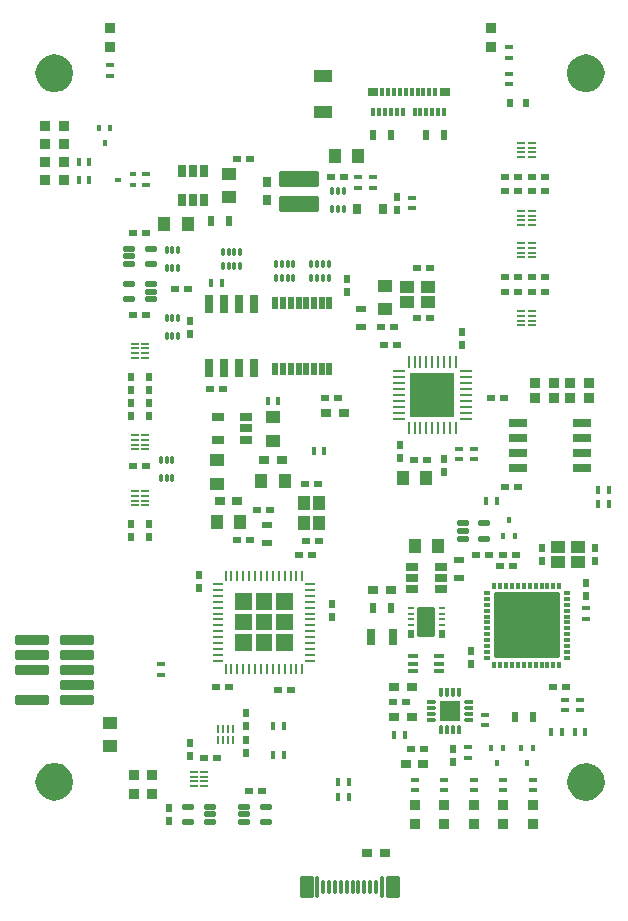
<source format=gtp>
%FSLAX46Y46*%
%MOMM*%
%AMPS51*
21,1,0.700000,1.000000,0.000000,0.000000,90.000000*
%
%ADD51PS51*%
%AMPS79*
21,1,0.700000,1.000000,0.000000,0.000000,180.000000*
%
%ADD79PS79*%
%AMPS88*
21,1,0.700000,1.000000,0.000000,0.000000,270.000000*
%
%ADD88PS88*%
%AMPS59*
21,1,0.800000,0.800000,0.000000,0.000000,0.000000*
%
%ADD59PS59*%
%AMPS23*
21,1,0.800000,0.800000,0.000000,0.000000,90.000000*
%
%ADD23PS23*%
%AMPS10*
21,1,0.800000,0.800000,0.000000,0.000000,180.000000*
%
%ADD10PS10*%
%AMPS48*
21,1,0.800000,0.800000,0.000000,0.000000,270.000000*
%
%ADD48PS48*%
%AMPS53*
21,1,0.450000,1.050000,0.000000,0.000000,0.000000*
%
%ADD53PS53*%
%AMPS52*
21,1,0.450000,1.050000,0.000000,0.000000,180.000000*
%
%ADD52PS52*%
%AMPS60*
21,1,1.000000,1.250000,0.000000,0.000000,0.000000*
%
%ADD60PS60*%
%AMPS61*
21,1,1.000000,1.250000,0.000000,0.000000,90.000000*
%
%ADD61PS61*%
%AMPS49*
21,1,1.000000,1.250000,0.000000,0.000000,180.000000*
%
%ADD49PS49*%
%AMPS50*
21,1,1.000000,1.250000,0.000000,0.000000,270.000000*
%
%ADD50PS50*%
%AMPS24*
21,1,0.600000,0.500000,0.000000,0.000000,0.000000*
%
%ADD24PS24*%
%AMPS12*
21,1,0.600000,0.500000,0.000000,0.000000,90.000000*
%
%ADD12PS12*%
%AMPS11*
21,1,0.600000,0.500000,0.000000,0.000000,180.000000*
%
%ADD11PS11*%
%AMPS13*
21,1,0.600000,0.500000,0.000000,0.000000,270.000000*
%
%ADD13PS13*%
%AMPS28*
21,1,0.700000,1.300000,0.000000,0.000000,0.000000*
%
%ADD28PS28*%
%AMPS69*
21,1,0.510000,0.400000,0.000000,0.000000,90.000000*
%
%ADD69PS69*%
%AMPS19*
21,1,0.510000,0.400000,0.000000,0.000000,180.000000*
%
%ADD19PS19*%
%AMPS30*
21,1,0.510000,0.400000,0.000000,0.000000,270.000000*
%
%ADD30PS30*%
%AMPS85*
21,1,0.900000,0.700000,0.000000,0.000000,180.000000*
%
%ADD85PS85*%
%AMPS46*
21,1,0.800000,0.750000,0.000000,0.000000,0.000000*
%
%ADD46PS46*%
%AMPS20*
21,1,0.800000,0.750000,0.000000,0.000000,180.000000*
%
%ADD20PS20*%
%AMPS78*
21,1,0.800000,0.750000,0.000000,0.000000,270.000000*
%
%ADD78PS78*%
%AMPS32*
21,1,1.200000,1.000000,0.000000,0.000000,0.000000*
%
%ADD32PS32*%
%AMPS68*
21,1,1.200000,1.000000,0.000000,0.000000,90.000000*
%
%ADD68PS68*%
%AMPS89*
21,1,1.200000,1.000000,0.000000,0.000000,180.000000*
%
%ADD89PS89*%
%AMPS84*
21,1,0.300000,0.700000,0.000000,0.000000,180.000000*
%
%ADD84PS84*%
%AMPS87*
21,1,0.600000,1.500000,0.000000,0.000000,0.000000*
%
%ADD87PS87*%
%AMPS75*
21,1,0.600000,1.500000,0.000000,0.000000,90.000000*
%
%ADD75PS75*%
%AMPS86*
21,1,0.600000,1.500000,0.000000,0.000000,180.000000*
%
%ADD86PS86*%
%AMPS76*
21,1,0.600000,1.500000,0.000000,0.000000,270.000000*
%
%ADD76PS76*%
%AMPS45*
21,1,0.400000,0.600000,0.000000,0.000000,0.000000*
%
%ADD45PS45*%
%AMPS31*
21,1,0.400000,0.600000,0.000000,0.000000,90.000000*
%
%ADD31PS31*%
%AMPS33*
21,1,0.400000,0.600000,0.000000,0.000000,180.000000*
%
%ADD33PS33*%
%AMPS29*
21,1,0.400000,0.600000,0.000000,0.000000,270.000000*
%
%ADD29PS29*%
%AMPS35*
21,1,0.200000,0.700000,0.000000,0.000000,0.000000*
%
%ADD35PS35*%
%AMPS36*
21,1,0.200000,0.700000,0.000000,0.000000,90.000000*
%
%ADD36PS36*%
%AMPS34*
21,1,0.200000,0.700000,0.000000,0.000000,180.000000*
%
%ADD34PS34*%
%AMPS37*
21,1,0.200000,0.700000,0.000000,0.000000,270.000000*
%
%ADD37PS37*%
%AMPS77*
21,1,0.500000,0.900000,0.000000,0.000000,0.000000*
%
%ADD77PS77*%
%AMPS80*
21,1,0.500000,0.900000,0.000000,0.000000,90.000000*
%
%ADD80PS80*%
%AMPS47*
21,1,0.500000,0.900000,0.000000,0.000000,180.000000*
%
%ADD47PS47*%
%AMPS58*
21,1,0.830000,0.630000,0.000000,0.000000,90.000000*
%
%ADD58PS58*%
%AMPS57*
21,1,0.830000,0.630000,0.000000,0.000000,270.000000*
%
%ADD57PS57*%
%AMPS25*
21,1,1.000000,1.600000,0.000000,0.000000,90.000000*
%
%ADD25PS25*%
%AMPS44*
21,1,1.750000,1.750000,0.000000,0.000000,0.000000*
%
%ADD44PS44*%
%AMPS14*
21,1,3.700000,3.700000,0.000000,0.000000,0.000000*
%
%ADD14PS14*%
%AMPS65*
1,1,0.100000,0.175000,-0.075000*
1,1,0.100000,-0.175000,-0.075000*
21,1,0.250000,0.350000,0.000000,0.000000,90.000000*
21,1,0.150000,0.450000,0.000000,0.000000,90.000000*
1,1,0.100000,0.175000,0.075000*
1,1,0.100000,-0.175000,0.075000*
%
%ADD65PS65*%
%AMPS64*
1,1,0.100000,-0.175000,0.075000*
1,1,0.100000,0.175000,0.075000*
21,1,0.250000,0.350000,0.000000,0.000000,270.000000*
21,1,0.150000,0.450000,0.000000,0.000000,270.000000*
1,1,0.100000,-0.175000,-0.075000*
1,1,0.100000,0.175000,-0.075000*
%
%ADD64PS64*%
%AMPS94*
1,1,0.400000,-2.600000,2.600000*
1,1,0.400000,2.600000,2.600000*
21,1,5.600000,5.200000,0.000000,0.000000,270.000000*
21,1,5.200000,5.600000,0.000000,0.000000,270.000000*
1,1,0.400000,-2.600000,-2.600000*
1,1,0.400000,2.600000,-2.600000*
%
%ADD94PS94*%
%AMPS38*
1,1,0.100000,-0.100000,-0.275000*
1,1,0.100000,-0.100000,0.275000*
21,1,0.300000,0.550000,0.000000,0.000000,0.000000*
21,1,0.200000,0.650000,0.000000,0.000000,0.000000*
1,1,0.100000,0.100000,-0.275000*
1,1,0.100000,0.100000,0.275000*
%
%ADD38PS38*%
%AMPS39*
1,1,0.100000,0.100000,0.275000*
1,1,0.100000,0.100000,-0.275000*
21,1,0.300000,0.550000,0.000000,0.000000,180.000000*
21,1,0.200000,0.650000,0.000000,0.000000,180.000000*
1,1,0.100000,-0.100000,0.275000*
1,1,0.100000,-0.100000,-0.275000*
%
%ADD39PS39*%
%AMPS91*
1,1,0.100000,-0.100000,-0.225000*
1,1,0.100000,-0.100000,0.225000*
21,1,0.300000,0.450000,0.000000,0.000000,0.000000*
21,1,0.200000,0.550000,0.000000,0.000000,0.000000*
1,1,0.100000,0.100000,-0.225000*
1,1,0.100000,0.100000,0.225000*
%
%ADD91PS91*%
%AMPS92*
1,1,0.100000,0.225000,-0.100000*
1,1,0.100000,-0.225000,-0.100000*
21,1,0.300000,0.450000,0.000000,0.000000,90.000000*
21,1,0.200000,0.550000,0.000000,0.000000,90.000000*
1,1,0.100000,0.225000,0.100000*
1,1,0.100000,-0.225000,0.100000*
%
%ADD92PS92*%
%AMPS93*
1,1,0.100000,0.100000,0.225000*
1,1,0.100000,0.100000,-0.225000*
21,1,0.300000,0.450000,0.000000,0.000000,180.000000*
21,1,0.200000,0.550000,0.000000,0.000000,180.000000*
1,1,0.100000,-0.100000,0.225000*
1,1,0.100000,-0.100000,-0.225000*
%
%ADD93PS93*%
%AMPS90*
1,1,0.100000,-0.225000,0.100000*
1,1,0.100000,0.225000,0.100000*
21,1,0.300000,0.450000,0.000000,0.000000,270.000000*
21,1,0.200000,0.550000,0.000000,0.000000,270.000000*
1,1,0.100000,-0.225000,-0.100000*
1,1,0.100000,0.225000,-0.100000*
%
%ADD90PS90*%
%AMPS18*
1,1,0.100000,-0.070000,-0.475000*
1,1,0.100000,-0.070000,0.475000*
21,1,0.240000,0.950000,0.000000,0.000000,0.000000*
21,1,0.140000,1.050000,0.000000,0.000000,0.000000*
1,1,0.100000,0.070000,-0.475000*
1,1,0.100000,0.070000,0.475000*
%
%ADD18PS18*%
%AMPS16*
1,1,0.100000,0.475000,-0.070000*
1,1,0.100000,-0.475000,-0.070000*
21,1,0.240000,0.950000,0.000000,0.000000,90.000000*
21,1,0.140000,1.050000,0.000000,0.000000,90.000000*
1,1,0.100000,0.475000,0.070000*
1,1,0.100000,-0.475000,0.070000*
%
%ADD16PS16*%
%AMPS15*
1,1,0.100000,0.070000,0.475000*
1,1,0.100000,0.070000,-0.475000*
21,1,0.240000,0.950000,0.000000,0.000000,180.000000*
21,1,0.140000,1.050000,0.000000,0.000000,180.000000*
1,1,0.100000,-0.070000,0.475000*
1,1,0.100000,-0.070000,-0.475000*
%
%ADD15PS15*%
%AMPS17*
1,1,0.100000,-0.475000,0.070000*
1,1,0.100000,0.475000,0.070000*
21,1,0.240000,0.950000,0.000000,0.000000,270.000000*
21,1,0.140000,1.050000,0.000000,0.000000,270.000000*
1,1,0.100000,-0.475000,-0.070000*
1,1,0.100000,0.475000,-0.070000*
%
%ADD17PS17*%
%AMPS55*
1,1,0.200000,-0.490000,-0.825000*
1,1,0.200000,-0.490000,0.825000*
21,1,1.180000,1.650000,0.000000,0.000000,0.000000*
21,1,0.980000,1.850000,0.000000,0.000000,0.000000*
1,1,0.200000,0.490000,-0.825000*
1,1,0.200000,0.490000,0.825000*
%
%ADD55PS55*%
%AMPS67*
1,1,0.200000,0.650000,1.150000*
1,1,0.200000,0.650000,-1.150000*
21,1,1.500000,2.300000,0.000000,0.000000,180.000000*
21,1,1.300000,2.500000,0.000000,0.000000,180.000000*
1,1,0.200000,-0.650000,1.150000*
1,1,0.200000,-0.650000,-1.150000*
%
%ADD67PS67*%
%AMPS26*
1,1,0.100000,-0.100000,-0.285000*
1,1,0.100000,-0.100000,0.285000*
21,1,0.300000,0.570000,0.000000,0.000000,0.000000*
21,1,0.200000,0.670000,0.000000,0.000000,0.000000*
1,1,0.100000,0.100000,-0.285000*
1,1,0.100000,0.100000,0.285000*
%
%ADD26PS26*%
%AMPS27*
1,1,0.100000,0.100000,0.285000*
1,1,0.100000,0.100000,-0.285000*
21,1,0.300000,0.570000,0.000000,0.000000,180.000000*
21,1,0.200000,0.670000,0.000000,0.000000,180.000000*
1,1,0.100000,-0.100000,0.285000*
1,1,0.100000,-0.100000,-0.285000*
%
%ADD27PS27*%
%AMPS81*
1,1,0.200000,1.300000,-0.300000*
1,1,0.200000,-1.300000,-0.300000*
21,1,0.800000,2.600000,0.000000,0.000000,90.000000*
21,1,0.600000,2.800000,0.000000,0.000000,90.000000*
1,1,0.200000,1.300000,0.300000*
1,1,0.200000,-1.300000,0.300000*
%
%ADD81PS81*%
%AMPS56*
1,1,0.200000,-0.050000,-0.825000*
1,1,0.200000,-0.050000,0.825000*
21,1,0.300000,1.650000,0.000000,0.000000,0.000000*
21,1,0.100000,1.850000,0.000000,0.000000,0.000000*
1,1,0.200000,0.050000,-0.825000*
1,1,0.200000,0.050000,0.825000*
%
%ADD56PS56*%
%AMPS66*
1,1,0.200000,0.150000,-0.275000*
1,1,0.200000,-0.150000,-0.275000*
21,1,0.750000,0.300000,0.000000,0.000000,90.000000*
21,1,0.550000,0.500000,0.000000,0.000000,90.000000*
1,1,0.200000,0.150000,0.275000*
1,1,0.200000,-0.150000,0.275000*
%
%ADD66PS66*%
%AMPS82*
1,1,0.200000,-1.600000,-0.550000*
1,1,0.200000,-1.600000,0.550000*
21,1,3.400000,1.100000,0.000000,0.000000,0.000000*
21,1,3.200000,1.300000,0.000000,0.000000,0.000000*
1,1,0.200000,1.600000,-0.550000*
1,1,0.200000,1.600000,0.550000*
%
%ADD82PS82*%
%AMPS83*
1,1,0.200000,1.600000,0.550000*
1,1,0.200000,1.600000,-0.550000*
21,1,3.400000,1.100000,0.000000,0.000000,180.000000*
21,1,3.200000,1.300000,0.000000,0.000000,180.000000*
1,1,0.200000,-1.600000,0.550000*
1,1,0.200000,-1.600000,-0.550000*
%
%ADD83PS83*%
%AMPS70*
1,1,0.100000,-0.070000,-0.375000*
1,1,0.100000,-0.070000,0.375000*
21,1,0.240000,0.750000,0.000000,0.000000,0.000000*
21,1,0.140000,0.850000,0.000000,0.000000,0.000000*
1,1,0.100000,0.070000,-0.375000*
1,1,0.100000,0.070000,0.375000*
%
%ADD70PS70*%
%AMPS71*
1,1,0.100000,0.375000,-0.070000*
1,1,0.100000,-0.375000,-0.070000*
21,1,0.240000,0.750000,0.000000,0.000000,90.000000*
21,1,0.140000,0.850000,0.000000,0.000000,90.000000*
1,1,0.100000,0.375000,0.070000*
1,1,0.100000,-0.375000,0.070000*
%
%ADD71PS71*%
%AMPS72*
1,1,0.100000,0.070000,0.375000*
1,1,0.100000,0.070000,-0.375000*
21,1,0.240000,0.750000,0.000000,0.000000,180.000000*
21,1,0.140000,0.850000,0.000000,0.000000,180.000000*
1,1,0.100000,-0.070000,0.375000*
1,1,0.100000,-0.070000,-0.375000*
%
%ADD72PS72*%
%AMPS73*
1,1,0.100000,-0.375000,0.070000*
1,1,0.100000,0.375000,0.070000*
21,1,0.240000,0.750000,0.000000,0.000000,270.000000*
21,1,0.140000,0.850000,0.000000,0.000000,270.000000*
1,1,0.100000,-0.375000,-0.070000*
1,1,0.100000,0.375000,-0.070000*
%
%ADD73PS73*%
%AMPS21*
1,1,0.100000,0.450000,-0.162500*
1,1,0.100000,-0.450000,-0.162500*
21,1,0.425000,0.900000,0.000000,0.000000,90.000000*
21,1,0.325000,1.000000,0.000000,0.000000,90.000000*
1,1,0.100000,0.450000,0.162500*
1,1,0.100000,-0.450000,0.162500*
%
%ADD21PS21*%
%AMPS22*
1,1,0.100000,-0.450000,0.162500*
1,1,0.100000,0.450000,0.162500*
21,1,0.425000,0.900000,0.000000,0.000000,270.000000*
21,1,0.325000,1.000000,0.000000,0.000000,270.000000*
1,1,0.100000,-0.450000,-0.162500*
1,1,0.100000,0.450000,-0.162500*
%
%ADD22PS22*%
%AMPS54*
1,1,0.200000,-0.050000,-0.525000*
1,1,0.200000,-0.050000,0.525000*
21,1,0.300000,1.050000,0.000000,0.000000,0.000000*
21,1,0.100000,1.250000,0.000000,0.000000,0.000000*
1,1,0.200000,0.050000,-0.525000*
1,1,0.200000,0.050000,0.525000*
%
%ADD54PS54*%
%AMPS62*
1,1,0.200000,0.350000,-0.100000*
1,1,0.200000,-0.350000,-0.100000*
21,1,0.400000,0.700000,0.000000,0.000000,90.000000*
21,1,0.200000,0.900000,0.000000,0.000000,90.000000*
1,1,0.200000,0.350000,0.100000*
1,1,0.200000,-0.350000,0.100000*
%
%ADD62PS62*%
%AMPS63*
1,1,0.200000,-0.350000,0.100000*
1,1,0.200000,0.350000,0.100000*
21,1,0.400000,0.700000,0.000000,0.000000,270.000000*
21,1,0.200000,0.900000,0.000000,0.000000,270.000000*
1,1,0.200000,-0.350000,-0.100000*
1,1,0.200000,0.350000,-0.100000*
%
%ADD63PS63*%
%AMPS43*
1,1,0.300000,0.000000,0.250000*
4,1,4,
-0.150000,-0.400000,
-0.150000,0.250000,
0.150000,0.250000,
0.150000,-0.400000,
-0.150000,-0.400000,
0
*
%
%ADD43PS43*%
%AMPS42*
1,1,0.300000,-0.250000,0.000000*
4,1,4,
0.400000,-0.150000,
-0.250000,-0.150000,
-0.250000,0.150000,
0.400000,0.150000,
0.400000,-0.150000,
0
*
%
%ADD42PS42*%
%AMPS41*
1,1,0.300000,0.000000,-0.250000*
4,1,4,
0.150000,0.400000,
0.150000,-0.250000,
-0.150000,-0.250000,
-0.150000,0.400000,
0.150000,0.400000,
0
*
%
%ADD41PS41*%
%AMPS40*
1,1,0.300000,0.250000,0.000000*
4,1,4,
-0.400000,0.150000,
0.250000,0.150000,
0.250000,-0.150000,
-0.400000,-0.150000,
-0.400000,0.150000,
0
*
%
%ADD40PS40*%
%AMPS74*
21,1,1.400000,1.400000,0.000000,0.000000,270.000000*
4,1,4,
1.050000,0.700000,
2.450000,0.700000,
2.450000,-0.700000,
1.050000,-0.700000,
1.050000,0.700000,
0
*
4,1,4,
1.050000,-1.050000,
2.450000,-1.050000,
2.450000,-2.450000,
1.050000,-2.450000,
1.050000,-1.050000,
0
*
4,1,4,
1.050000,2.450000,
2.450000,2.450000,
2.450000,1.050000,
1.050000,1.050000,
1.050000,2.450000,
0
*
4,1,4,
-2.450000,0.700000,
-1.050000,0.700000,
-1.050000,-0.700000,
-2.450000,-0.700000,
-2.450000,0.700000,
0
*
4,1,4,
-2.450000,2.450000,
-1.050000,2.450000,
-1.050000,1.050000,
-2.450000,1.050000,
-2.450000,2.450000,
0
*
4,1,4,
-2.450000,-1.050000,
-1.050000,-1.050000,
-1.050000,-2.450000,
-2.450000,-2.450000,
-2.450000,-1.050000,
0
*
4,1,4,
-0.700000,2.450000,
0.700000,2.450000,
0.700000,1.050000,
-0.700000,1.050000,
-0.700000,2.450000,
0
*
4,1,4,
-0.700000,-1.050000,
0.700000,-1.050000,
0.700000,-2.450000,
-0.700000,-2.450000,
-0.700000,-1.050000,
0
*
%
%ADD74PS74*%
G01*
%LPD*%
G36*
X21478207Y70612293D02*
X21600000Y70000000D01*
X21600000Y70000000D01*
X21478207Y69387706D01*
X21131370Y68868629D01*
X20612293Y68521792D01*
X19999999Y68400000D01*
X19387706Y68521792D01*
X18868629Y68868629D01*
X18521792Y69387706D01*
X18400000Y70000000D01*
X18521792Y70612293D01*
X18868629Y71131370D01*
X19387706Y71478207D01*
X20000000Y71600000D01*
X20612293Y71478207D01*
X21131370Y71131371D01*
X21478207Y70612293D01*
D02*
G37*
%LPD*%
G36*
X-23521792Y70612293D02*
X-23400000Y70000000D01*
X-23400000Y70000000D01*
X-23521792Y69387706D01*
X-23868629Y68868629D01*
X-24387706Y68521792D01*
X-25000000Y68400000D01*
X-25612293Y68521792D01*
X-26131370Y68868629D01*
X-26478207Y69387706D01*
X-26600000Y70000000D01*
X-26478207Y70612293D01*
X-26131370Y71131370D01*
X-25612293Y71478207D01*
X-24999999Y71600000D01*
X-24387706Y71478207D01*
X-23868629Y71131371D01*
X-23521792Y70612293D01*
D02*
G37*
%LPD*%
G36*
X21516475Y10519905D02*
X21600000Y9900000D01*
X21600000Y9900000D01*
X21439938Y9295318D01*
X21060660Y8797918D01*
X20519905Y8483524D01*
X19899999Y8399999D01*
X19295318Y8560061D01*
X18797918Y8939339D01*
X18483524Y9480094D01*
X18399999Y10100000D01*
X18560061Y10704681D01*
X18939339Y11202081D01*
X19480094Y11516475D01*
X20099999Y11600000D01*
X20704681Y11439939D01*
X21202081Y11060660D01*
X21516475Y10519905D01*
D02*
G37*
%LPD*%
G36*
X-23521792Y10612293D02*
X-23400000Y10000000D01*
X-23400000Y10000000D01*
X-23521792Y9387706D01*
X-23868629Y8868629D01*
X-24387706Y8521792D01*
X-25000000Y8400000D01*
X-25612293Y8521792D01*
X-26131370Y8868629D01*
X-26478207Y9387706D01*
X-26600000Y10000000D01*
X-26478207Y10612293D01*
X-26131370Y11131370D01*
X-25612293Y11478207D01*
X-24999999Y11600000D01*
X-24387706Y11478207D01*
X-23868629Y11131371D01*
X-23521792Y10612293D01*
D02*
G37*
G01*
%LPD*%
G75*
D10*
X17300000Y42500000D03*
D10*
X15700000Y42500000D03*
D11*
X3700000Y16750000D03*
D11*
X4800000Y16750000D03*
D12*
X-18500000Y42050000D03*
D12*
X-18500000Y40950000D03*
D13*
X-18500000Y30700000D03*
D13*
X-18500000Y31800000D03*
D14*
X7000000Y42750000D03*
D15*
X9000000Y45580000D03*
D16*
X9830000Y43750000D03*
D16*
X9830000Y44250000D03*
D17*
X4170000Y43250000D03*
D15*
X8500000Y45580000D03*
D17*
X4170000Y41250000D03*
D16*
X9830000Y40750000D03*
D17*
X4170000Y42750000D03*
D15*
X7500000Y45580000D03*
D17*
X4170000Y40750000D03*
D18*
X8500000Y39920000D03*
D15*
X6500000Y45580000D03*
D15*
X7000000Y45580000D03*
D16*
X9830000Y43250000D03*
D17*
X4170000Y42250000D03*
D18*
X5000000Y39920000D03*
D15*
X6000000Y45580000D03*
D15*
X5000000Y45580000D03*
D17*
X4170000Y43750000D03*
D18*
X9000000Y39920000D03*
D15*
X5500000Y45580000D03*
D17*
X4170000Y44750000D03*
D16*
X9830000Y41750000D03*
D16*
X9830000Y42750000D03*
D18*
X6500000Y39920000D03*
D15*
X8000000Y45580000D03*
D18*
X7500000Y39920000D03*
D17*
X4170000Y41750000D03*
D18*
X7000000Y39920000D03*
D16*
X9830000Y42250000D03*
D16*
X9830000Y41250000D03*
D16*
X9830000Y44750000D03*
D17*
X4170000Y44250000D03*
D18*
X6000000Y39920000D03*
D18*
X5500000Y39920000D03*
D18*
X8000000Y39920000D03*
D12*
X-15250000Y7800000D03*
D12*
X-15250000Y6700000D03*
D19*
X-18350000Y60500000D03*
D19*
X-18350000Y61500000D03*
D19*
X-19650000Y61000000D03*
D20*
X3750000Y15500000D03*
D20*
X5250000Y15500000D03*
D10*
X-24200000Y62500000D03*
D10*
X-25800000Y62500000D03*
D21*
X-16850000Y53850000D03*
D22*
X-18650000Y54500000D03*
D21*
X-16850000Y55150000D03*
D22*
X-18650000Y55150000D03*
D22*
X-18650000Y53850000D03*
D12*
X10250000Y21050000D03*
D12*
X10250000Y19950000D03*
D23*
X12000000Y72200000D03*
D23*
X12000000Y73800000D03*
D24*
X11800000Y29250000D03*
D24*
X10700000Y29250000D03*
D25*
X-2250000Y66750000D03*
D25*
X-2250000Y69750000D03*
D26*
X-14500000Y53510000D03*
D27*
X-15000000Y54990000D03*
D26*
X-15000000Y53510000D03*
D26*
X-15500000Y53510000D03*
D27*
X-14500000Y54990000D03*
D27*
X-15500000Y54990000D03*
D28*
X1800000Y22250000D03*
D28*
X3700000Y22250000D03*
D29*
X19500000Y16950000D03*
D29*
X19500000Y16050000D03*
D11*
X13200000Y35000000D03*
D11*
X14300000Y35000000D03*
D11*
X2950000Y47000000D03*
D11*
X4050000Y47000000D03*
D29*
X5250000Y59450000D03*
D29*
X5250000Y58550000D03*
D13*
X-18500000Y43200000D03*
D13*
X-18500000Y44300000D03*
D30*
X13000000Y12900000D03*
D30*
X12000000Y12900000D03*
D30*
X12500000Y11600000D03*
D31*
X10000000Y12050000D03*
D31*
X10000000Y12950000D03*
D32*
X19350000Y29899998D03*
D32*
X17650000Y29899998D03*
D32*
X17650000Y28599998D03*
D32*
X19350000Y28599998D03*
D12*
X9500000Y48050000D03*
D12*
X9500000Y46950000D03*
D33*
X-50000Y8750000D03*
D33*
X-950000Y8750000D03*
D24*
X-2700000Y35250000D03*
D24*
X-3800000Y35250000D03*
D26*
X-500000Y58510000D03*
D27*
X-1000000Y59990000D03*
D26*
X-1000000Y58510000D03*
D26*
X-1500000Y58510000D03*
D27*
X-500000Y59990000D03*
D27*
X-1500000Y59990000D03*
D11*
X13200000Y60000000D03*
D11*
X14300000Y60000000D03*
D31*
X5500000Y9300000D03*
D31*
X5500000Y10200000D03*
D29*
X9250000Y38200000D03*
D29*
X9250000Y37300000D03*
D29*
X13500000Y69950000D03*
D29*
X13500000Y69050000D03*
D34*
X-10700000Y13550000D03*
D35*
X-11100000Y13550000D03*
D34*
X-9900000Y14450000D03*
D34*
X-9900000Y13550000D03*
D34*
X-11100000Y14450000D03*
D34*
X-10700000Y14450000D03*
D34*
X-10300000Y13550000D03*
D34*
X-10300000Y14450000D03*
D24*
X-3200000Y29250000D03*
D24*
X-4300000Y29250000D03*
D24*
X-13700000Y51750000D03*
D24*
X-14800000Y51750000D03*
D36*
X14550000Y55200000D03*
D37*
X14550000Y55600000D03*
D36*
X15450000Y54400000D03*
D36*
X14550000Y54400000D03*
D36*
X15450000Y55600000D03*
D36*
X15450000Y55200000D03*
D36*
X14550000Y54800000D03*
D36*
X15450000Y54800000D03*
D33*
X21950000Y34750000D03*
D33*
X21050000Y34750000D03*
D38*
X-5750000Y52675000D03*
D38*
X-4750000Y52675000D03*
D39*
X-5250000Y53825000D03*
D39*
X-4750000Y53825000D03*
D39*
X-6250000Y53825000D03*
D38*
X-6250000Y52675000D03*
D39*
X-5750000Y53825000D03*
D38*
X-5250000Y52675000D03*
D40*
X7000000Y15750000D03*
D40*
X7000000Y15250000D03*
D41*
X9250000Y17500000D03*
D42*
X10000000Y15750000D03*
D43*
X9250000Y14500000D03*
D42*
X10000000Y15250000D03*
D41*
X8250000Y17500000D03*
D40*
X7000000Y16750000D03*
D43*
X8250000Y14500000D03*
D43*
X8750000Y14500000D03*
D42*
X10000000Y16750000D03*
D41*
X7750000Y17500000D03*
D40*
X7000000Y16250000D03*
D41*
X8750000Y17500000D03*
D43*
X7750000Y14500000D03*
D42*
X10000000Y16250000D03*
D44*
X8500000Y16000000D03*
D45*
X-6450000Y14750000D03*
D45*
X-5550000Y14750000D03*
D11*
X-8550000Y9250000D03*
D11*
X-7450000Y9250000D03*
D46*
X3000000Y4000000D03*
D46*
X1500000Y4000000D03*
D47*
X3500000Y64750000D03*
D47*
X2000000Y64750000D03*
D48*
X15500000Y8050000D03*
D48*
X15500000Y6450000D03*
D49*
X-13700056Y57250008D03*
D49*
X-15700056Y57250008D03*
D36*
X14550000Y63700000D03*
D37*
X14550000Y64100000D03*
D36*
X15450000Y62900000D03*
D36*
X14550000Y62900000D03*
D36*
X15450000Y64100000D03*
D36*
X15450000Y63700000D03*
D36*
X14550000Y63300000D03*
D36*
X15450000Y63300000D03*
D50*
X-20250008Y14999944D03*
D50*
X-20250008Y12999944D03*
D45*
X-6450000Y12250000D03*
D45*
X-5550000Y12250000D03*
D12*
X-1500000Y25050000D03*
D12*
X-1500000Y23950000D03*
D12*
X-8750000Y15800000D03*
D12*
X-8750000Y14700000D03*
D21*
X-7100000Y6600000D03*
D22*
X-8900000Y7250000D03*
D21*
X-7100000Y7900000D03*
D22*
X-8900000Y7900000D03*
D22*
X-8900000Y6600000D03*
D24*
X16550000Y61250000D03*
D24*
X15450000Y61250000D03*
D51*
X-8759818Y39922320D03*
D51*
X-11159818Y40872320D03*
D51*
X-8759818Y38972320D03*
D51*
X-11159818Y38972320D03*
D51*
X-8759818Y40872320D03*
D52*
X-1725000Y50525000D03*
D52*
X-5625000Y50525000D03*
D53*
X-4325000Y44975000D03*
D53*
X-4975000Y44975000D03*
D52*
X-3675000Y50525000D03*
D53*
X-3675000Y44975000D03*
D53*
X-5625000Y44975000D03*
D52*
X-2375000Y50525000D03*
D52*
X-4975000Y50525000D03*
D53*
X-2375000Y44975000D03*
D52*
X-6275000Y50525000D03*
D53*
X-1725000Y44975000D03*
D53*
X-6275000Y44975000D03*
D52*
X-3025000Y50525000D03*
D52*
X-4325000Y50525000D03*
D53*
X-3025000Y44975000D03*
D13*
X16250000Y28699998D03*
D13*
X16250000Y29799998D03*
D24*
X13050000Y42500000D03*
D24*
X11950000Y42500000D03*
D54*
X-2250000Y1125000D03*
D54*
X-750000Y1125000D03*
D54*
X2250000Y1125000D03*
D54*
X250000Y1125000D03*
D55*
X-3640000Y1125000D03*
D56*
X2750000Y1125000D03*
D54*
X-250000Y1125000D03*
D54*
X-1250000Y1125000D03*
D55*
X3640000Y1125000D03*
D54*
X1250000Y1125000D03*
D56*
X-2750000Y1125000D03*
D54*
X-1750000Y1125000D03*
D54*
X750000Y1125000D03*
D54*
X1750000Y1125000D03*
D11*
X13200000Y61250000D03*
D11*
X14300000Y61250000D03*
D57*
X640000Y58500000D03*
D58*
X2860000Y58500000D03*
D11*
X2700000Y48500000D03*
D11*
X3800000Y48500000D03*
D33*
X19950000Y14250000D03*
D33*
X19050000Y14250000D03*
D47*
X3500000Y24750000D03*
D47*
X2000000Y24750000D03*
D59*
X-25800000Y64000000D03*
D59*
X-24200000Y64000000D03*
D20*
X3750000Y18000000D03*
D20*
X5250000Y18000000D03*
D13*
X-17000000Y30700000D03*
D13*
X-17000000Y31800000D03*
D49*
X-9250056Y32000008D03*
D49*
X-11250056Y32000008D03*
D13*
X20750000Y28699998D03*
D13*
X20750000Y29799998D03*
D45*
X-22950000Y62500000D03*
D45*
X-22050000Y62500000D03*
D11*
X-11300000Y18000000D03*
D11*
X-10200000Y18000000D03*
D29*
X13500000Y72200000D03*
D29*
X13500000Y71300000D03*
D60*
X-1249944Y62999992D03*
D60*
X750056Y62999992D03*
D61*
X3000008Y50000056D03*
D61*
X3000008Y52000056D03*
D29*
X18250000Y16950000D03*
D29*
X18250000Y16050000D03*
D49*
X6499944Y35750008D03*
D49*
X4499944Y35750008D03*
D23*
X-18250000Y8950000D03*
D23*
X-18250000Y10550000D03*
D11*
X17200000Y18000000D03*
D11*
X18300000Y18000000D03*
D62*
X7600000Y20650000D03*
D63*
X5400000Y19350000D03*
D63*
X5400000Y20650000D03*
D62*
X7600000Y20000000D03*
D62*
X7600000Y19350000D03*
D63*
X5400000Y20000000D03*
D33*
X21950000Y33500000D03*
D33*
X21050000Y33500000D03*
D49*
X-5500056Y35500008D03*
D49*
X-7500056Y35500008D03*
D45*
X3800000Y14000000D03*
D45*
X4700000Y14000000D03*
D31*
X20000000Y23800000D03*
D31*
X20000000Y24700000D03*
D24*
X6800000Y53500000D03*
D24*
X5700000Y53500000D03*
D13*
X-17000000Y43200000D03*
D13*
X-17000000Y44300000D03*
D37*
X15450000Y49050000D03*
D36*
X15450000Y48650000D03*
D37*
X14550000Y49850000D03*
D37*
X15450000Y49850000D03*
D37*
X14550000Y48650000D03*
D37*
X14550000Y49050000D03*
D37*
X15450000Y49450000D03*
D37*
X14550000Y49450000D03*
D12*
X-250000Y52550000D03*
D12*
X-250000Y51450000D03*
D31*
X15500000Y9300000D03*
D31*
X15500000Y10200000D03*
D45*
X-22950000Y61000000D03*
D45*
X-22050000Y61000000D03*
D12*
X-17000000Y42050000D03*
D12*
X-17000000Y40950000D03*
D59*
X-25800000Y65500000D03*
D59*
X-24200000Y65500000D03*
D29*
X-16000000Y19950000D03*
D29*
X-16000000Y19050000D03*
D47*
X8000000Y64750000D03*
D47*
X6500000Y64750000D03*
D48*
X13000000Y8050000D03*
D48*
X13000000Y6450000D03*
D13*
X-13500000Y47950000D03*
D13*
X-13500000Y49050000D03*
D50*
X-11250008Y37249944D03*
D50*
X-11250008Y35249944D03*
D31*
X8000000Y9300000D03*
D31*
X8000000Y10200000D03*
D64*
X5180000Y23250000D03*
D65*
X7820000Y24250000D03*
D64*
X5180000Y24250000D03*
D65*
X7820000Y23750000D03*
D66*
X7800000Y22500000D03*
D65*
X7820000Y23250000D03*
D67*
X6500000Y23500000D03*
D66*
X5200000Y22500000D03*
D64*
X5180000Y24750000D03*
D64*
X5180000Y23750000D03*
D65*
X7820000Y24750000D03*
D11*
X-9550000Y30500000D03*
D11*
X-8450000Y30500000D03*
D11*
X-2050000Y42500000D03*
D11*
X-950000Y42500000D03*
D11*
X-18300000Y56500000D03*
D11*
X-17200000Y56500000D03*
D33*
X-50000Y10000000D03*
D33*
X-950000Y10000000D03*
D20*
X-7250000Y37250000D03*
D20*
X-5750000Y37250000D03*
D48*
X10500000Y8050000D03*
D48*
X10500000Y6450000D03*
D20*
X-11000000Y33750000D03*
D20*
X-9500000Y33750000D03*
D13*
X8000000Y36200000D03*
D13*
X8000000Y37300000D03*
D31*
X2000000Y60300000D03*
D31*
X2000000Y61200000D03*
D20*
X4750000Y11500000D03*
D20*
X6250000Y11500000D03*
D37*
X15450000Y57550000D03*
D36*
X15450000Y57150000D03*
D37*
X14550000Y58350000D03*
D37*
X15450000Y58350000D03*
D37*
X14550000Y57150000D03*
D37*
X14550000Y57550000D03*
D37*
X15450000Y57950000D03*
D37*
X14550000Y57950000D03*
D11*
X5200000Y12750000D03*
D11*
X6300000Y12750000D03*
D49*
X7499944Y30000008D03*
D49*
X5499944Y30000008D03*
D31*
X13000000Y9300000D03*
D31*
X13000000Y10200000D03*
D68*
X-3900000Y33600000D03*
D68*
X-3900000Y31900000D03*
D68*
X-2600000Y31900000D03*
D68*
X-2600000Y33600000D03*
D37*
X-12300000Y10050000D03*
D36*
X-12300000Y9650000D03*
D37*
X-13200000Y10850000D03*
D37*
X-12300000Y10850000D03*
D37*
X-13200000Y9650000D03*
D37*
X-13200000Y10050000D03*
D37*
X-12300000Y10450000D03*
D37*
X-13200000Y10450000D03*
D26*
X-15000000Y35760000D03*
D27*
X-15500000Y37240000D03*
D26*
X-15500000Y35760000D03*
D26*
X-16000000Y35760000D03*
D27*
X-15000000Y37240000D03*
D27*
X-16000000Y37240000D03*
D69*
X13000000Y30850000D03*
D69*
X14000000Y30850000D03*
D69*
X13500000Y32150000D03*
D36*
X-18200000Y34200000D03*
D37*
X-18200000Y34600000D03*
D36*
X-17300000Y33400000D03*
D36*
X-18200000Y33400000D03*
D36*
X-17300000Y34600000D03*
D36*
X-17300000Y34200000D03*
D36*
X-18200000Y33800000D03*
D36*
X-17300000Y33800000D03*
D13*
X-8750000Y12450000D03*
D13*
X-8750000Y13550000D03*
D24*
X-4950000Y17750000D03*
D24*
X-6050000Y17750000D03*
D24*
X16550000Y60000000D03*
D24*
X15450000Y60000000D03*
D37*
X-17300000Y38550000D03*
D36*
X-17300000Y38150000D03*
D37*
X-18200000Y39350000D03*
D37*
X-17300000Y39350000D03*
D37*
X-18200000Y38150000D03*
D37*
X-18200000Y38550000D03*
D37*
X-17300000Y38950000D03*
D37*
X-18200000Y38950000D03*
D59*
X18700000Y42500000D03*
D59*
X20300000Y42500000D03*
D13*
X13550000Y67500000D03*
D12*
X14950000Y67500000D03*
D70*
X-6000000Y19570000D03*
D71*
X-3320000Y24750000D03*
D70*
X-10000000Y19570000D03*
D72*
X-6000000Y27430000D03*
D71*
X-3320000Y20250000D03*
D70*
X-7000000Y19570000D03*
D70*
X-8000000Y19570000D03*
D73*
X-11180000Y22750000D03*
D71*
X-3320000Y21250000D03*
D70*
X-6500000Y19570000D03*
D71*
X-3320000Y23750000D03*
D73*
X-11180000Y21750000D03*
D73*
X-11180000Y26250000D03*
D71*
X-3320000Y20750000D03*
D70*
X-9500000Y19570000D03*
D73*
X-11180000Y23250000D03*
D71*
X-3320000Y26250000D03*
D71*
X-3320000Y21750000D03*
D73*
X-11180000Y26750000D03*
D71*
X-3320000Y22750000D03*
D73*
X-11180000Y24750000D03*
D72*
X-7000000Y27430000D03*
D73*
X-11180000Y21250000D03*
D71*
X-3320000Y25750000D03*
D73*
X-11180000Y25750000D03*
D70*
X-5000000Y19570000D03*
D71*
X-3320000Y23250000D03*
D70*
X-9000000Y19570000D03*
D71*
X-3320000Y24250000D03*
D72*
X-8000000Y27430000D03*
D72*
X-5000000Y27430000D03*
D74*
X-7250000Y23500000D03*
D71*
X-3320000Y26750000D03*
D73*
X-11180000Y22250000D03*
D70*
X-8500000Y19570000D03*
D73*
X-11180000Y24250000D03*
D72*
X-4000000Y27430000D03*
D73*
X-11180000Y20750000D03*
D71*
X-3320000Y25250000D03*
D70*
X-5500000Y19570000D03*
D73*
X-11180000Y23750000D03*
D72*
X-8500000Y27430000D03*
D72*
X-10000000Y27430000D03*
D72*
X-6500000Y27430000D03*
D70*
X-4000000Y19570000D03*
D73*
X-11180000Y20250000D03*
D70*
X-10500000Y19570000D03*
D70*
X-7500000Y19570000D03*
D72*
X-5500000Y27430000D03*
D72*
X-7500000Y27430000D03*
D71*
X-3320000Y22250000D03*
D72*
X-9000000Y27430000D03*
D72*
X-10500000Y27430000D03*
D72*
X-9500000Y27430000D03*
D73*
X-11180000Y25250000D03*
D70*
X-4500000Y19570000D03*
D72*
X-4500000Y27430000D03*
D24*
X6800000Y49250000D03*
D24*
X5700000Y49250000D03*
D75*
X19700000Y37865000D03*
D75*
X19700000Y40405000D03*
D76*
X14300000Y37865000D03*
D75*
X19700000Y36595000D03*
D75*
X19700000Y39135000D03*
D76*
X14300000Y40405000D03*
D76*
X14300000Y39135000D03*
D76*
X14300000Y36595000D03*
D38*
X-2750000Y52675000D03*
D38*
X-1750000Y52675000D03*
D39*
X-2250000Y53825000D03*
D39*
X-1750000Y53825000D03*
D39*
X-3250000Y53825000D03*
D38*
X-3250000Y52675000D03*
D39*
X-2750000Y53825000D03*
D38*
X-2250000Y52675000D03*
D24*
X16550000Y52750000D03*
D24*
X15450000Y52750000D03*
D59*
X18700000Y43750000D03*
D59*
X20300000Y43750000D03*
D23*
X-20250000Y72200000D03*
D23*
X-20250000Y73800000D03*
D11*
X-11800000Y43250000D03*
D11*
X-10700000Y43250000D03*
D13*
X20000000Y25700000D03*
D13*
X20000000Y26800000D03*
D11*
X13200000Y51500000D03*
D11*
X14300000Y51500000D03*
D36*
X-18200000Y46700000D03*
D37*
X-18200000Y47100000D03*
D36*
X-17300000Y45900000D03*
D36*
X-18200000Y45900000D03*
D36*
X-17300000Y47100000D03*
D36*
X-17300000Y46700000D03*
D36*
X-18200000Y46300000D03*
D36*
X-17300000Y46300000D03*
D27*
X-15500000Y49240000D03*
D26*
X-15000000Y47760000D03*
D27*
X-15000000Y49240000D03*
D27*
X-14500000Y49240000D03*
D26*
X-15500000Y47760000D03*
D26*
X-14500000Y47760000D03*
D30*
X15500000Y12900000D03*
D30*
X14500000Y12900000D03*
D30*
X15000000Y11600000D03*
D45*
X11550000Y33750000D03*
D45*
X12450000Y33750000D03*
D77*
X14000000Y15500000D03*
D77*
X15500000Y15500000D03*
D78*
X-7000000Y59250000D03*
D78*
X-7000000Y60750000D03*
D79*
X-13250000Y61700000D03*
D79*
X-12300000Y59300000D03*
D79*
X-14200000Y59300000D03*
D79*
X-12300000Y61700000D03*
D79*
X-13250000Y59300000D03*
D79*
X-14200000Y61700000D03*
D24*
X16550000Y51500000D03*
D24*
X15450000Y51500000D03*
D24*
X-11200000Y12000000D03*
D24*
X-12300000Y12000000D03*
D24*
X-450000Y61250000D03*
D24*
X-1550000Y61250000D03*
D48*
X8000000Y8050000D03*
D48*
X8000000Y6450000D03*
D80*
X-7000000Y30250000D03*
D80*
X-7000000Y31750000D03*
D11*
X-7800000Y33000000D03*
D11*
X-6700000Y33000000D03*
D22*
X-18650000Y52150000D03*
D21*
X-16850000Y51500000D03*
D22*
X-18650000Y50850000D03*
D21*
X-16850000Y50850000D03*
D21*
X-16850000Y52150000D03*
D31*
X10500000Y9300000D03*
D31*
X10500000Y10200000D03*
D81*
X-23100000Y18230000D03*
D81*
X-23100000Y22040000D03*
D81*
X-23100000Y19500000D03*
D81*
X-23100000Y20770000D03*
D81*
X-26900000Y20770000D03*
D81*
X-26900000Y19500000D03*
D81*
X-23100000Y16960000D03*
D81*
X-26900000Y16960000D03*
D81*
X-26900000Y22040000D03*
D30*
X-20250000Y65400000D03*
D30*
X-21250000Y65400000D03*
D30*
X-20750000Y64100000D03*
D11*
X-9550000Y62750000D03*
D11*
X-8450000Y62750000D03*
D82*
X-4250000Y58950000D03*
D83*
X-4250000Y61050000D03*
D46*
X-500000Y41250000D03*
D46*
X-2000000Y41250000D03*
D11*
X13200000Y52750000D03*
D11*
X14300000Y52750000D03*
D23*
X-16750000Y8950000D03*
D23*
X-16750000Y10550000D03*
D10*
X17300000Y43750000D03*
D10*
X15700000Y43750000D03*
D84*
X2500000Y66690000D03*
D84*
X6750000Y68390000D03*
D84*
X5750000Y68390000D03*
D84*
X7500000Y66690000D03*
D84*
X5500000Y66690000D03*
D84*
X4750000Y68390000D03*
D84*
X3750000Y68390000D03*
D84*
X7000000Y66690000D03*
D84*
X3000000Y66690000D03*
D84*
X8000000Y66690000D03*
D84*
X3500000Y66690000D03*
D85*
X8050000Y68390000D03*
D84*
X2750000Y68390000D03*
D84*
X3250000Y68390000D03*
D85*
X1950000Y68390000D03*
D84*
X6250000Y68390000D03*
D84*
X6500000Y66690000D03*
D84*
X4000000Y66690000D03*
D84*
X2000000Y66690000D03*
D84*
X4250000Y68390000D03*
D84*
X4500000Y66690000D03*
D84*
X5250000Y68390000D03*
D84*
X7250000Y68390000D03*
D84*
X6000000Y66690000D03*
D86*
X-9365000Y50450000D03*
D86*
X-11905000Y50450000D03*
D87*
X-9365000Y45050000D03*
D86*
X-8095000Y50450000D03*
D86*
X-10635000Y50450000D03*
D87*
X-11905000Y45050000D03*
D87*
X-10635000Y45050000D03*
D87*
X-8095000Y45050000D03*
D33*
X-6050000Y42250000D03*
D33*
X-6950000Y42250000D03*
D29*
X10500000Y38200000D03*
D29*
X10500000Y37300000D03*
D11*
X-3675000Y30375000D03*
D11*
X-2575000Y30375000D03*
D10*
X-24200000Y61000000D03*
D10*
X-25800000Y61000000D03*
D61*
X-6481239Y38872383D03*
D61*
X-6481239Y40872383D03*
D50*
X-10250008Y61499944D03*
D50*
X-10250008Y59499944D03*
D88*
X5300000Y27250000D03*
D88*
X7700000Y28200000D03*
D88*
X7700000Y26300000D03*
D88*
X5300000Y28200000D03*
D88*
X7700000Y27250000D03*
D88*
X5300000Y26300000D03*
D11*
X5450000Y37250000D03*
D11*
X6550000Y37250000D03*
D13*
X8750000Y11700000D03*
D13*
X8750000Y12800000D03*
D11*
X12700000Y28250000D03*
D11*
X13800000Y28250000D03*
D89*
X4900000Y50600000D03*
D89*
X6600000Y50600000D03*
D89*
X6600000Y51900000D03*
D89*
X4900000Y51900000D03*
D22*
X-13650000Y7900000D03*
D21*
X-11850000Y7250000D03*
D22*
X-13650000Y6600000D03*
D21*
X-11850000Y6600000D03*
D21*
X-11850000Y7900000D03*
D33*
X17950000Y14250000D03*
D33*
X17050000Y14250000D03*
D20*
X2000000Y26250000D03*
D20*
X3500000Y26250000D03*
D29*
X-20250000Y70700000D03*
D29*
X-20250000Y69800000D03*
D48*
X5500000Y8050000D03*
D48*
X5500000Y6450000D03*
D13*
X4250000Y37450000D03*
D13*
X4250000Y38550000D03*
D31*
X-17250000Y60550000D03*
D31*
X-17250000Y61450000D03*
D21*
X11400000Y30600000D03*
D22*
X9600000Y31250000D03*
D21*
X11400000Y31900000D03*
D22*
X9600000Y31900000D03*
D22*
X9600000Y30600000D03*
D24*
X-17200000Y49500000D03*
D24*
X-18300000Y49500000D03*
D80*
X9250000Y27250000D03*
D80*
X9250000Y28750000D03*
D29*
X750000Y61200000D03*
D29*
X750000Y60300000D03*
D12*
X-12750000Y27550000D03*
D12*
X-12750000Y26450000D03*
D90*
X11625000Y22000000D03*
D91*
X12750000Y19875000D03*
D91*
X13750000Y19875000D03*
D92*
X18375000Y21500000D03*
D91*
X14250000Y19875000D03*
D91*
X17250000Y19875000D03*
D91*
X17750000Y19875000D03*
D93*
X14250000Y26625000D03*
D91*
X14750000Y19875000D03*
D91*
X16750000Y19875000D03*
D90*
X11625000Y21000000D03*
D93*
X15250000Y26625000D03*
D92*
X18375000Y24000000D03*
D92*
X18375000Y23000000D03*
D91*
X16250000Y19875000D03*
D92*
X18375000Y20500000D03*
D92*
X18375000Y24500000D03*
D92*
X18375000Y22500000D03*
D90*
X11625000Y23000000D03*
D93*
X17750000Y26625000D03*
D92*
X18375000Y26000000D03*
D91*
X15750000Y19875000D03*
D90*
X11625000Y25000000D03*
D90*
X11625000Y24500000D03*
D90*
X11625000Y24000000D03*
D90*
X11625000Y21500000D03*
D90*
X11625000Y23500000D03*
D93*
X12250000Y26625000D03*
D92*
X18375000Y21000000D03*
D92*
X18375000Y25500000D03*
D90*
X11625000Y26000000D03*
D92*
X18375000Y23500000D03*
D93*
X12750000Y26625000D03*
D93*
X17250000Y26625000D03*
D92*
X18375000Y22000000D03*
D93*
X16250000Y26625000D03*
D93*
X16750000Y26625000D03*
D91*
X15250000Y19875000D03*
D93*
X14750000Y26625000D03*
D90*
X11625000Y25500000D03*
D93*
X13750000Y26625000D03*
D94*
X15000000Y23250000D03*
D91*
X12250000Y19875000D03*
D90*
X11625000Y20500000D03*
D93*
X15750000Y26625000D03*
D93*
X13250000Y26625000D03*
D90*
X11625000Y22500000D03*
D91*
X13250000Y19875000D03*
D92*
X18375000Y25000000D03*
D11*
X-18300000Y36750000D03*
D11*
X-17200000Y36750000D03*
D12*
X-13500000Y13300000D03*
D12*
X-13500000Y12200000D03*
D80*
X1000000Y48500000D03*
D80*
X1000000Y50000000D03*
D11*
X12950000Y29250000D03*
D11*
X14050000Y29250000D03*
D12*
X4000000Y59550000D03*
D12*
X4000000Y58450000D03*
D38*
X-10250000Y53675000D03*
D38*
X-9250000Y53675000D03*
D39*
X-9750000Y54825000D03*
D39*
X-9250000Y54825000D03*
D39*
X-10750000Y54825000D03*
D38*
X-10750000Y53675000D03*
D39*
X-10250000Y54825000D03*
D38*
X-9750000Y53675000D03*
D77*
X-11750000Y57500000D03*
D77*
X-10250000Y57500000D03*
D45*
X-3050000Y38000000D03*
D45*
X-2150000Y38000000D03*
D45*
X-11700000Y52250000D03*
D45*
X-10800000Y52250000D03*
D31*
X11500000Y14800000D03*
D31*
X11500000Y15700000D03*
M02*

</source>
